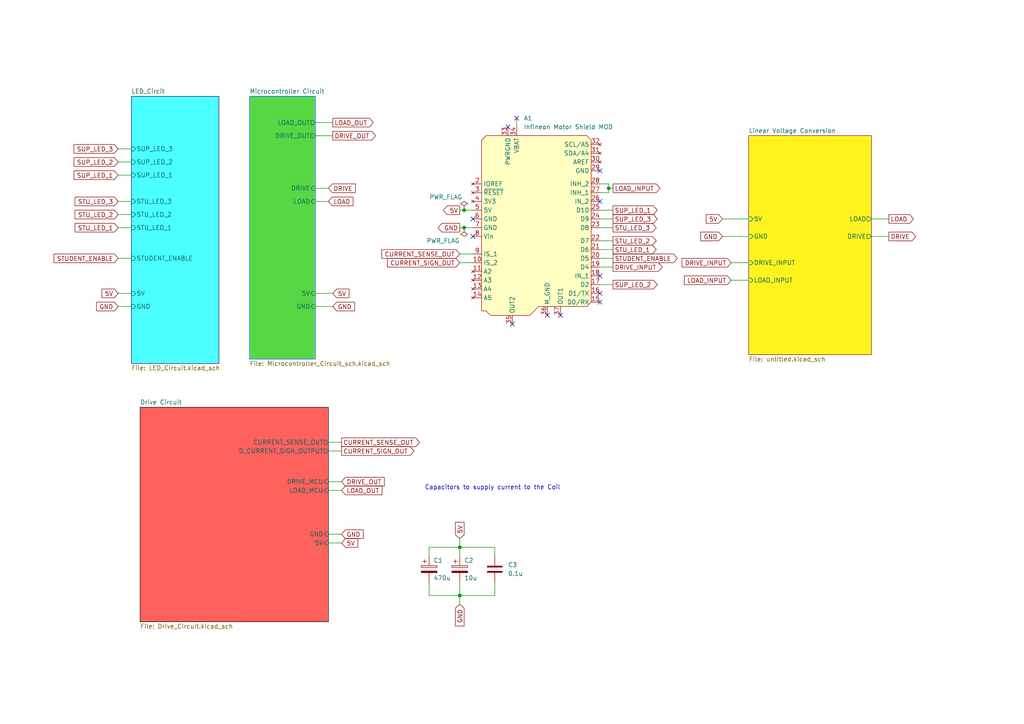
<source format=kicad_sch>
(kicad_sch (version 20211123) (generator eeschema)
  (paper "A4")
  (lib_symbols
    (symbol "000_Modules_Immo:Infineon Motor Shield MOD"
      (property "Reference" "A" (at 20.32 34.29 0))
      (property "Value" "Infineon Motor Shield MOD" (at 20.32 33.02 0))
      (symbol "Infineon Motor Shield MOD_0_1"
        (polyline (pts (xy -17.78 26.67) (xy -17.78 -22.86) (xy -16.51 -22.86) (xy -15.24 -24.13) (xy -3.81 -24.13) (xy -1.27 -21.59) (xy 12.7 -21.59) (xy 13.97 -20.32) (xy 13.97 26.67) (xy 12.7 27.94) (xy -16.51 27.94) (xy -17.78 26.67)) (fill (type background)))
      )
      (symbol "Infineon Motor Shield MOD_1_1"
        (pin no_connect line (at -20.32 16.51 0) (length 2.54) hide (name "NC") (number "1"))
        (pin input line (at -20.32 -8.89 0) (length 2.54) (name "IS_2") (number "10"))
        (pin no_connect line (at -20.32 -11.43 0) (length 2.54) (name "A2") (number "11"))
        (pin no_connect line (at -20.32 -13.97 0) (length 2.54) (name "A3") (number "12"))
        (pin no_connect line (at -20.32 -16.51 0) (length 2.54) (name "A4") (number "13"))
        (pin no_connect line (at -20.32 -19.05 0) (length 2.54) (name "A5") (number "14"))
        (pin bidirectional line (at 16.51 -20.32 180) (length 2.54) (name "D0/RX") (number "15"))
        (pin bidirectional line (at 16.51 -17.78 180) (length 2.54) (name "D1/TX") (number "16"))
        (pin bidirectional line (at 16.51 -15.24 180) (length 2.54) (name "D2") (number "17"))
        (pin bidirectional line (at 16.51 -12.7 180) (length 2.54) (name "IN_1") (number "18"))
        (pin bidirectional line (at 16.51 -10.16 180) (length 2.54) (name "D4") (number "19"))
        (pin no_connect line (at -20.32 13.97 0) (length 2.54) (name "IOREF") (number "2"))
        (pin bidirectional line (at 16.51 -7.62 180) (length 2.54) (name "D5") (number "20"))
        (pin bidirectional line (at 16.51 -5.08 180) (length 2.54) (name "D6") (number "21"))
        (pin bidirectional line (at 16.51 -2.54 180) (length 2.54) (name "D7") (number "22"))
        (pin bidirectional line (at 16.51 1.27 180) (length 2.54) (name "D8") (number "23"))
        (pin bidirectional line (at 16.51 3.81 180) (length 2.54) (name "D9") (number "24"))
        (pin bidirectional line (at 16.51 6.35 180) (length 2.54) (name "D10") (number "25"))
        (pin input line (at 16.51 8.89 180) (length 2.54) (name "IN_2") (number "26"))
        (pin input line (at 16.51 11.43 180) (length 2.54) (name "INH_1") (number "27"))
        (pin input line (at 16.51 13.97 180) (length 2.54) (name "INH_2") (number "28"))
        (pin power_in line (at 16.51 17.78 180) (length 2.54) (name "GND") (number "29"))
        (pin no_connect line (at -20.32 11.43 0) (length 2.54) (name "~{RESET}") (number "3"))
        (pin no_connect line (at 16.51 20.32 180) (length 2.54) (name "AREF") (number "30"))
        (pin no_connect line (at 16.51 22.86 180) (length 2.54) (name "SDA/A4") (number "31"))
        (pin no_connect line (at 16.51 25.4 180) (length 2.54) (name "SCL/A5") (number "32"))
        (pin power_in line (at -10.16 30.48 270) (length 2.54) (name "PWRGND") (number "33"))
        (pin power_in line (at -7.62 30.48 270) (length 2.54) (name "VBAT") (number "34"))
        (pin output line (at -8.89 -26.67 90) (length 2.54) (name "OUT2") (number "35"))
        (pin power_in line (at 1.27 -24.13 90) (length 2.54) (name "M_GND") (number "36"))
        (pin output line (at 5.08 -24.13 90) (length 2.54) (name "OUT1") (number "37"))
        (pin no_connect line (at -20.32 8.89 0) (length 2.54) (name "3V3") (number "4"))
        (pin input line (at -20.32 6.35 0) (length 2.54) (name "5V") (number "5"))
        (pin power_in line (at -20.32 3.81 0) (length 2.54) (name "GND") (number "6"))
        (pin power_in line (at -20.32 1.27 0) (length 2.54) (name "GND") (number "7"))
        (pin input line (at -20.32 -1.27 0) (length 2.54) (name "Vin") (number "8"))
        (pin input line (at -20.32 -6.35 0) (length 2.54) (name "IS_1") (number "9"))
      )
    )
    (symbol "Device:C" (pin_numbers hide) (pin_names (offset 0.254))
      (property "Reference" "C" (at 0.635 2.54 0))
      (property "Value" "C" (at 0.635 -2.54 0))
      (symbol "C_0_1"
        (polyline (pts (xy -2.032 -0.762) (xy 2.032 -0.762)) (stroke (width 0.508)))
        (polyline (pts (xy -2.032 0.762) (xy 2.032 0.762)) (stroke (width 0.508)))
      )
      (symbol "C_1_1"
        (pin passive line (at 0 3.81 270) (length 2.794) (name "~") (number "1"))
        (pin passive line (at 0 -3.81 90) (length 2.794) (name "~") (number "2"))
      )
    )
    (symbol "Device:C_Polarized" (pin_numbers hide) (pin_names (offset 0.254))
      (property "Reference" "C" (at 0.635 2.54 0))
      (property "Value" "C_Polarized" (at 0.635 -2.54 0))
      (symbol "C_Polarized_0_1"
        (rectangle (start -2.286 0.508) (end 2.286 1.016))
        (polyline (pts (xy -1.778 2.286) (xy -0.762 2.286)))
        (polyline (pts (xy -1.27 2.794) (xy -1.27 1.778)))
        (rectangle (start 2.286 -0.508) (end -2.286 -1.016) (fill (type outline)))
      )
      (symbol "C_Polarized_1_1"
        (pin passive line (at 0 3.81 270) (length 2.794) (name "~") (number "1"))
        (pin passive line (at 0 -3.81 90) (length 2.794) (name "~") (number "2"))
      )
    )
    (symbol "power:PWR_FLAG" (power) (pin_numbers hide) (pin_names (offset 0) hide)
      (property "Value" "PWR_FLAG" (at 0 3.81 0))
      (symbol "PWR_FLAG_0_0"
        (pin power_out line (at 0 0 90) (length 0) (name "pwr") (number "1"))
      )
      (symbol "PWR_FLAG_0_1"
        (polyline (pts (xy 0 0) (xy 0 1.27) (xy -1.016 1.905) (xy 0 2.54) (xy 1.016 1.905) (xy 0 1.27)))
      )
    )
  )
  (junction (at 176.53 54.61))
  (junction (at 134.62 66.04))
  (junction (at 134.62 60.96))
  (junction (at 133.35 172.72))
  (junction (at 133.35 158.75))
  (no_connect (at 173.99 58.42))
  (no_connect (at 137.16 63.5))
  (no_connect (at 173.99 49.53))
  (no_connect (at 137.16 68.58))
  (no_connect (at 173.99 85.09))
  (no_connect (at 173.99 87.63))
  (no_connect (at 173.99 80.01))
  (no_connect (at 158.75 91.44))
  (no_connect (at 149.86 34.29))
  (no_connect (at 162.56 91.44))
  (no_connect (at 148.59 93.98))
  (no_connect (at 147.32 36.83))
  (wire (pts (xy 173.99 82.55) (xy 177.8 82.55)))
  (wire (pts (xy 91.44 88.9) (xy 96.52 88.9)))
  (wire (pts (xy 173.99 72.39) (xy 177.8 72.39)))
  (wire (pts (xy 209.55 63.5) (xy 217.17 63.5)))
  (wire (pts (xy 176.53 54.61) (xy 177.8 54.61)))
  (wire (pts (xy 212.09 81.28) (xy 217.17 81.28)))
  (wire (pts (xy 133.35 156.21) (xy 133.35 158.75)))
  (wire (pts (xy 143.51 161.29) (xy 143.51 158.75)))
  (wire (pts (xy 95.25 128.27) (xy 99.06 128.27)))
  (wire (pts (xy 209.55 68.58) (xy 217.17 68.58)))
  (wire (pts (xy 173.99 60.96) (xy 177.8 60.96)))
  (wire (pts (xy 173.99 53.34) (xy 176.53 53.34)))
  (wire (pts (xy 173.99 77.47) (xy 177.8 77.47)))
  (wire (pts (xy 91.44 39.37) (xy 96.52 39.37)))
  (wire (pts (xy 95.25 154.94) (xy 99.06 154.94)))
  (wire (pts (xy 91.44 54.61) (xy 95.25 54.61)))
  (wire (pts (xy 143.51 168.91) (xy 143.51 172.72)))
  (wire (pts (xy 176.53 53.34) (xy 176.53 54.61)))
  (wire (pts (xy 173.99 69.85) (xy 177.8 69.85)))
  (wire (pts (xy 133.35 66.04) (xy 134.62 66.04)))
  (wire (pts (xy 95.25 157.48) (xy 99.06 157.48)))
  (wire (pts (xy 176.53 54.61) (xy 176.53 55.88)))
  (wire (pts (xy 133.35 73.66) (xy 137.16 73.66)))
  (wire (pts (xy 124.46 158.75) (xy 133.35 158.75)))
  (wire (pts (xy 34.29 46.99) (xy 38.1 46.99)))
  (wire (pts (xy 173.99 63.5) (xy 177.8 63.5)))
  (wire (pts (xy 134.62 60.96) (xy 137.16 60.96)))
  (wire (pts (xy 124.46 172.72) (xy 133.35 172.72)))
  (wire (pts (xy 95.25 142.24) (xy 99.06 142.24)))
  (wire (pts (xy 133.35 172.72) (xy 133.35 175.26)))
  (wire (pts (xy 133.35 158.75) (xy 133.35 161.29)))
  (wire (pts (xy 133.35 172.72) (xy 143.51 172.72)))
  (wire (pts (xy 133.35 76.2) (xy 137.16 76.2)))
  (wire (pts (xy 134.62 66.04) (xy 137.16 66.04)))
  (wire (pts (xy 149.86 34.29) (xy 149.86 36.83)))
  (wire (pts (xy 173.99 55.88) (xy 176.53 55.88)))
  (wire (pts (xy 143.51 158.75) (xy 133.35 158.75)))
  (wire (pts (xy 34.29 50.8) (xy 38.1 50.8)))
  (wire (pts (xy 124.46 168.91) (xy 124.46 172.72)))
  (wire (pts (xy 34.29 43.18) (xy 38.1 43.18)))
  (wire (pts (xy 95.25 139.7) (xy 99.06 139.7)))
  (wire (pts (xy 173.99 66.04) (xy 177.8 66.04)))
  (wire (pts (xy 133.35 168.91) (xy 133.35 172.72)))
  (wire (pts (xy 252.73 68.58) (xy 257.81 68.58)))
  (wire (pts (xy 34.29 66.04) (xy 38.1 66.04)))
  (wire (pts (xy 133.35 60.96) (xy 134.62 60.96)))
  (wire (pts (xy 252.73 63.5) (xy 257.81 63.5)))
  (wire (pts (xy 34.29 74.93) (xy 38.1 74.93)))
  (wire (pts (xy 95.25 130.81) (xy 99.06 130.81)))
  (wire (pts (xy 34.29 62.23) (xy 38.1 62.23)))
  (wire (pts (xy 173.99 74.93) (xy 177.8 74.93)))
  (wire (pts (xy 124.46 161.29) (xy 124.46 158.75)))
  (wire (pts (xy 91.44 58.42) (xy 95.25 58.42)))
  (wire (pts (xy 212.09 76.2) (xy 217.17 76.2)))
  (wire (pts (xy 34.29 58.42) (xy 38.1 58.42)))
  (wire (pts (xy 91.44 35.56) (xy 96.52 35.56)))
  (wire (pts (xy 91.44 85.09) (xy 96.52 85.09)))
  (wire (pts (xy 34.29 88.9) (xy 38.1 88.9)))
  (wire (pts (xy 34.29 85.09) (xy 38.1 85.09)))
  (text "Capacitors to supply current to the Coil" (at 162.56 142.24 180) (effects (font (size 1.27 1.27)) (justify right bottom)))
  (global_label "LOAD_OUT" (shape output) (at 96.52 35.56 0) (property "Intersheet References" "${INTERSHEET_REFS}" (effects hide)))
  (global_label "STU_LED_2" (shape output) (at 177.8 69.85 0) (property "Intersheet References" "${INTERSHEET_REFS}" (effects hide)))
  (global_label "CURRENT_SIGN_OUT" (shape output) (at 99.06 130.81 0) (property "Intersheet References" "${INTERSHEET_REFS}" (effects hide)))
  (global_label "CURRENT_SIGN_OUT" (shape input) (at 133.35 76.2 180) (property "Intersheet References" "${INTERSHEET_REFS}" (effects hide)))
  (global_label "GND" (shape input) (at 99.06 154.94 0) (property "Intersheet References" "${INTERSHEET_REFS}" (effects hide)))
  (global_label "LOAD" (shape input) (at 95.25 58.42 0) (property "Intersheet References" "${INTERSHEET_REFS}" (effects hide)))
  (global_label "5V" (shape input) (at 99.06 157.48 0) (property "Intersheet References" "${INTERSHEET_REFS}" (effects hide)))
  (global_label "DRIVE_OUT" (shape input) (at 99.06 139.7 0) (property "Intersheet References" "${INTERSHEET_REFS}" (effects hide)))
  (global_label "DRIVE" (shape output) (at 257.81 68.58 0) (property "Intersheet References" "${INTERSHEET_REFS}" (effects hide)))
  (global_label "SUP_LED_1" (shape output) (at 177.8 60.96 0) (property "Intersheet References" "${INTERSHEET_REFS}" (effects hide)))
  (global_label "CURRENT_SENSE_OUT" (shape output) (at 99.06 128.27 0) (property "Intersheet References" "${INTERSHEET_REFS}" (effects hide)))
  (global_label "DRIVE_INPUT" (shape input) (at 212.09 76.2 180) (property "Intersheet References" "${INTERSHEET_REFS}" (effects hide)))
  (global_label "5V" (shape input) (at 96.52 85.09 0) (property "Intersheet References" "${INTERSHEET_REFS}" (effects hide)))
  (global_label "5V" (shape input) (at 209.55 63.5 180) (property "Intersheet References" "${INTERSHEET_REFS}" (effects hide)))
  (global_label "STU_LED_3" (shape output) (at 177.8 66.04 0) (property "Intersheet References" "${INTERSHEET_REFS}" (effects hide)))
  (global_label "GND" (shape input) (at 96.52 88.9 0) (property "Intersheet References" "${INTERSHEET_REFS}" (effects hide)))
  (global_label "LOAD_INPUT" (shape output) (at 177.8 54.61 0) (property "Intersheet References" "${INTERSHEET_REFS}" (effects hide)))
  (global_label "GND" (shape input) (at 34.29 88.9 180) (property "Intersheet References" "${INTERSHEET_REFS}" (effects hide)))
  (global_label "GND" (shape input) (at 209.55 68.58 180) (property "Intersheet References" "${INTERSHEET_REFS}" (effects hide)))
  (global_label "SUP_LED_3" (shape input) (at 34.29 43.18 180) (property "Intersheet References" "${INTERSHEET_REFS}" (effects hide)))
  (global_label "LOAD" (shape output) (at 257.81 63.5 0) (property "Intersheet References" "${INTERSHEET_REFS}" (effects hide)))
  (global_label "CURRENT_SENSE_OUT" (shape input) (at 133.35 73.66 180) (property "Intersheet References" "${INTERSHEET_REFS}" (effects hide)))
  (global_label "GND" (shape output) (at 133.35 66.04 180) (property "Intersheet References" "${INTERSHEET_REFS}" (effects hide)))
  (global_label "DRIVE_INPUT" (shape output) (at 177.8 77.47 0) (property "Intersheet References" "${INTERSHEET_REFS}" (effects hide)))
  (global_label "SUP_LED_2" (shape output) (at 177.8 82.55 0) (property "Intersheet References" "${INTERSHEET_REFS}" (effects hide)))
  (global_label "5V" (shape output) (at 133.35 60.96 180) (property "Intersheet References" "${INTERSHEET_REFS}" (effects hide)))
  (global_label "SUP_LED_3" (shape output) (at 177.8 63.5 0) (property "Intersheet References" "${INTERSHEET_REFS}" (effects hide)))
  (global_label "DRIVE_OUT" (shape output) (at 96.52 39.37 0) (property "Intersheet References" "${INTERSHEET_REFS}" (effects hide)))
  (global_label "STUDENT_ENABLE" (shape input) (at 34.29 74.93 180) (property "Intersheet References" "${INTERSHEET_REFS}" (effects hide)))
  (global_label "SUP_LED_2" (shape input) (at 34.29 46.99 180) (property "Intersheet References" "${INTERSHEET_REFS}" (effects hide)))
  (global_label "STU_LED_2" (shape input) (at 34.29 62.23 180) (property "Intersheet References" "${INTERSHEET_REFS}" (effects hide)))
  (global_label "STUDENT_ENABLE" (shape output) (at 177.8 74.93 0) (property "Intersheet References" "${INTERSHEET_REFS}" (effects hide)))
  (global_label "STU_LED_1" (shape output) (at 177.8 72.39 0) (property "Intersheet References" "${INTERSHEET_REFS}" (effects hide)))
  (global_label "STU_LED_3" (shape input) (at 34.29 58.42 180) (property "Intersheet References" "${INTERSHEET_REFS}" (effects hide)))
  (global_label "STU_LED_1" (shape input) (at 34.29 66.04 180) (property "Intersheet References" "${INTERSHEET_REFS}" (effects hide)))
  (global_label "LOAD_OUT" (shape input) (at 99.06 142.24 0) (property "Intersheet References" "${INTERSHEET_REFS}" (effects hide)))
  (global_label "GND" (shape input) (at 133.35 175.26 270) (property "Intersheet References" "${INTERSHEET_REFS}" (effects hide)))
  (global_label "5V" (shape input) (at 34.29 85.09 180) (property "Intersheet References" "${INTERSHEET_REFS}" (effects hide)))
  (global_label "LOAD_INPUT" (shape input) (at 212.09 81.28 180) (property "Intersheet References" "${INTERSHEET_REFS}" (effects hide)))
  (global_label "SUP_LED_1" (shape input) (at 34.29 50.8 180) (property "Intersheet References" "${INTERSHEET_REFS}" (effects hide)))
  (global_label "5V" (shape input) (at 133.35 156.21 90) (property "Intersheet References" "${INTERSHEET_REFS}" (effects hide)))
  (global_label "DRIVE" (shape input) (at 95.25 54.61 0) (property "Intersheet References" "${INTERSHEET_REFS}" (effects hide)))
  (symbol (lib_id "Device:C_Polarized") (at 133.35 165.1 0) (unit 1)
    (property "Reference" "C2" (at 134.62 162.56 0) (effects (justify left)))
    (property "Value" "10u" (at 134.62 167.64 0) (effects (justify left)))
    (property "Footprint" "Capacitor_SMD:CP_Elec_3x5.3" (effects hide))
  )
  (symbol (lib_id "Device:C_Polarized") (at 124.46 165.1 0) (unit 1)
    (property "Reference" "C1" (at 125.73 162.56 0) (effects (justify left)))
    (property "Value" "470u" (at 125.73 167.64 0) (effects (justify left)))
    (property "Footprint" "Capacitor_SMD:C_Elec_8x10.2" (effects hide))
  )
  (symbol (lib_id "Device:C") (at 143.51 165.1 0) (unit 1)
    (property "Reference" "C3" (at 147.32 163.8299 0) (effects (justify left)))
    (property "Value" "0.1u" (at 147.32 166.3699 0) (effects (justify left)))
    (property "Footprint" "Capacitor_SMD:C_0805_2012Metric_Pad1.18x1.45mm_HandSolder" (effects hide))
  )
  (symbol (lib_id "000_Modules_Immo:Infineon Motor Shield MOD") (at 157.48 67.31 0) (unit 1)
    (property "Reference" "A1" (at 151.8794 34.29 0) (effects (justify left)))
    (property "Value" "Infineon Motor Shield MOD" (at 151.8794 36.83 0) (effects (justify left)))
    (property "Footprint" "Audio_Module:Infineon Motor Sheild hiddenPins" (effects hide))
    (property "Datasheet" "https://docs.rs-online.com/91cb/0900766b81490d99.pdf" (effects hide))
  )
  (symbol (lib_id "power:PWR_FLAG") (at 134.62 60.96 0) (mirror y) (unit 1)
    (property "Reference" "#FLG0104" (effects hide))
    (property "Value" "PWR_FLAG" (at 124.46 57.15 0) (effects (justify right)))
  )
  (symbol (lib_id "power:PWR_FLAG") (at 134.62 66.04 0) (mirror x) (unit 1)
    (property "Reference" "#FLG0103" (effects hide))
    (property "Value" "PWR_FLAG" (at 133.35 69.85 0) (effects (justify right)))
  )
  (sheet (at 38.1 27.94) (size 25.4 77.47) (stroke (width 0.1524) (color 36 6 99 1)) (fill (color 76 255 255 1.0000))
    (property "Sheet name" "LED_Circit" (at 38.1 27.2284 0) (effects (justify left bottom)))
    (property "Sheet file" "LED_Circuit.kicad_sch" (at 38.1 105.9946 0) (effects (justify left top)))
    (pin "GND" input (at 38.1 88.9 180))
    (pin "STUDENT_ENABLE" input (at 38.1 74.93 180))
    (pin "STU_LED_1" input (at 38.1 66.04 180))
    (pin "STU_LED_2" input (at 38.1 62.23 180))
    (pin "SUP_LED_1" input (at 38.1 50.8 180))
    (pin "SUP_LED_2" input (at 38.1 46.99 180))
    (pin "SUP_LED_3" input (at 38.1 43.18 180))
    (pin "STU_LED_3" input (at 38.1 58.42 180))
    (pin "5V" input (at 38.1 85.09 180))
  )
  (sheet (at 217.17 39.37) (size 35.56 63.5) (stroke (width 0.1524)) (fill (color 255 243 29 1.0000))
    (property "Sheet name" "Linear Voltage Conversion" (at 217.17 38.6584 0) (effects (justify left bottom)))
    (property "Sheet file" "untitled.kicad_sch" (at 217.17 103.4546 0) (effects (justify left top)))
    (pin "GND" input (at 217.17 68.58 180))
    (pin "DRIVE_INPUT" input (at 217.17 76.2 180))
    (pin "LOAD_INPUT" input (at 217.17 81.28 180))
    (pin "LOAD" output (at 252.73 63.5 0))
    (pin "DRIVE" output (at 252.73 68.58 0))
    (pin "5V" input (at 217.17 63.5 180))
  )
  (sheet (at 40.64 118.11) (size 54.61 62.23) (stroke (width 0.1524) (color 4 0 8 1)) (fill (color 255 97 92 1.0000))
    (property "Sheet name" "Drive Circuit" (at 40.64 117.3984 0) (effects (justify left bottom)))
    (property "Sheet file" "Drive_Circuit.kicad_sch" (at 40.64 180.9246 0) (effects (justify left top)))
    (pin "CURRENT_SENSE_OUT" output (at 95.25 128.27 0))
    (pin "DRIVE_MCU" input (at 95.25 139.7 0))
    (pin "LOAD_MCU" input (at 95.25 142.24 0))
    (pin "D_CURRENT_SIGN_OUTPUT" output (at 95.25 130.81 0))
    (pin "GND" input (at 95.25 154.94 0))
    (pin "5V" input (at 95.25 157.48 0))
  )
  (sheet (at 72.39 27.94) (size 19.05 76.2) (stroke (width 0.1524) (color 0 70 255 1)) (fill (color 87 215 67 1.0000))
    (property "Sheet name" "Microcontroller Circuit" (at 72.39 27.2284 0) (effects (justify left bottom)))
    (property "Sheet file" "Microcontroller_Circuit_sch.kicad_sch" (at 72.39 104.7246 0) (effects (justify left top)))
    (pin "GND" input (at 91.44 88.9 0))
    (pin "LOAD" input (at 91.44 58.42 0))
    (pin "LOAD_OUT" output (at 91.44 35.56 0))
    (pin "DRIVE_OUT" output (at 91.44 39.37 0))
    (pin "DRIVE" input (at 91.44 54.61 0))
    (pin "5V" input (at 91.44 85.09 0))
  )
)
</source>
